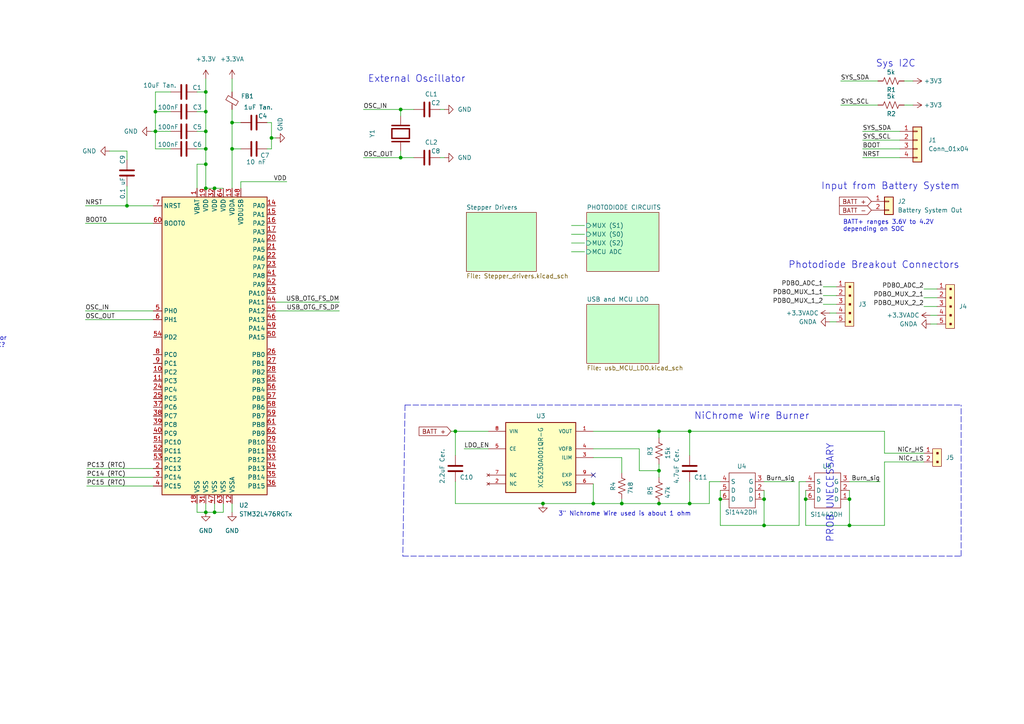
<source format=kicad_sch>
(kicad_sch (version 20211123) (generator eeschema)
  (paper "A4")
  (title_block (title "CubeSat Pi Hat") (rev "DRAFT") (company "Cal Poly, SLO"))
  (lib_symbols
    (symbol "0_custom:Si1442DH"
      (property "Reference" "U" (at 0 5.08 0))
      (property "Value" "Si1442DH" (at 0 -7.62 0))
      (property "MPN" "SI1442DH-T1-GE3" (at 0 0 0))
      (symbol "Si1442DH_0_1"
        (rectangle (start -3.81 3.81) (end 3.81 -6.35))
      )
      (symbol "Si1442DH_1_1"
        (pin input line (at -6.35 1.27 0) (length 2.54) (name "D") (number "1"))
        (pin input line (at -6.35 -1.27 0) (length 2.54) (name "D") (number "2"))
        (pin input line (at -6.35 -3.81 0) (length 2.54) (name "G") (number "3"))
        (pin input line (at 6.35 -3.81 180) (length 2.54) (name "S") (number "4"))
        (pin input line (at 6.35 -1.27 180) (length 2.54) (name "D") (number "5"))
        (pin input line (at 6.35 1.27 180) (length 2.54) (name "D") (number "6"))
      )
    )
    (symbol "Connector_Generic:Conn_01x02" (pin_names (offset 1.016) hide)
      (property "Reference" "J" (at 0 2.54 0))
      (property "Value" "Conn_01x02" (at 0 -5.08 0))
      (symbol "Conn_01x02_1_1"
        (rectangle (start -1.27 -2.413) (end 0 -2.667) (stroke (width 0.1524)))
        (rectangle (start -1.27 0.127) (end 0 -0.127) (stroke (width 0.1524)))
        (rectangle (start -1.27 1.27) (end 1.27 -3.81) (stroke (width 0.254)) (fill (type background)))
        (pin passive line (at -5.08 0 0) (length 3.81) (name "Pin_1") (number "1"))
        (pin passive line (at -5.08 -2.54 0) (length 3.81) (name "Pin_2") (number "2"))
      )
    )
    (symbol "Connector_Generic:Conn_01x04" (pin_names (offset 1.016) hide)
      (property "Reference" "J" (at 0 5.08 0))
      (property "Value" "Conn_01x04" (at 0 -7.62 0))
      (symbol "Conn_01x04_1_1"
        (rectangle (start -1.27 -4.953) (end 0 -5.207) (stroke (width 0.1524)))
        (rectangle (start -1.27 -2.413) (end 0 -2.667) (stroke (width 0.1524)))
        (rectangle (start -1.27 0.127) (end 0 -0.127) (stroke (width 0.1524)))
        (rectangle (start -1.27 2.667) (end 0 2.413) (stroke (width 0.1524)))
        (rectangle (start -1.27 3.81) (end 1.27 -6.35) (stroke (width 0.254)) (fill (type background)))
        (pin passive line (at -5.08 2.54 0) (length 3.81) (name "Pin_1") (number "1"))
        (pin passive line (at -5.08 0 0) (length 3.81) (name "Pin_2") (number "2"))
        (pin passive line (at -5.08 -2.54 0) (length 3.81) (name "Pin_3") (number "3"))
        (pin passive line (at -5.08 -5.08 0) (length 3.81) (name "Pin_4") (number "4"))
      )
    )
    (symbol "Device:C" (pin_numbers hide) (pin_names (offset 0.254))
      (property "Reference" "C" (at 0.635 2.54 0))
      (property "Value" "C" (at 0.635 -2.54 0))
      (symbol "C_0_1"
        (polyline (pts (xy -2.032 -0.762) (xy 2.032 -0.762)) (stroke (width 0.508)))
        (polyline (pts (xy -2.032 0.762) (xy 2.032 0.762)) (stroke (width 0.508)))
      )
      (symbol "C_1_1"
        (pin passive line (at 0 3.81 270) (length 2.794) (name "~") (number "1"))
        (pin passive line (at 0 -3.81 90) (length 2.794) (name "~") (number "2"))
      )
    )
    (symbol "Device:FerriteBead_Small" (pin_numbers hide) (pin_names (offset 0))
      (property "Reference" "FB" (at 1.905 1.27 0))
      (property "Value" "FerriteBead_Small" (at 1.905 -1.27 0))
      (symbol "FerriteBead_Small_0_1"
        (polyline (pts (xy 0 -1.27) (xy 0 -0.7874)))
        (polyline (pts (xy 0 0.889) (xy 0 1.2954)))
        (polyline (pts (xy -1.8288 0.2794) (xy -1.1176 1.4986) (xy 1.8288 -0.2032) (xy 1.1176 -1.4224) (xy -1.8288 0.2794)))
      )
      (symbol "FerriteBead_Small_1_1"
        (pin passive line (at 0 2.54 270) (length 1.27) (name "~") (number "1"))
        (pin passive line (at 0 -2.54 90) (length 1.27) (name "~") (number "2"))
      )
    )
    (symbol "Device:R_US" (pin_numbers hide) (pin_names (offset 0))
      (property "Reference" "R" (at 2.54 0 90))
      (property "Value" "R_US" (at -2.54 0 90))
      (symbol "R_US_0_1"
        (polyline (pts (xy 0 -2.286) (xy 0 -2.54)))
        (polyline (pts (xy 0 2.286) (xy 0 2.54)))
        (polyline (pts (xy 0 -0.762) (xy 1.016 -1.143) (xy 0 -1.524) (xy -1.016 -1.905) (xy 0 -2.286)))
        (polyline (pts (xy 0 0.762) (xy 1.016 0.381) (xy 0 0) (xy -1.016 -0.381) (xy 0 -0.762)))
        (polyline (pts (xy 0 2.286) (xy 1.016 1.905) (xy 0 1.524) (xy -1.016 1.143) (xy 0 0.762)))
      )
      (symbol "R_US_1_1"
        (pin passive line (at 0 3.81 270) (length 1.27) (name "~") (number "1"))
        (pin passive line (at 0 -3.81 90) (length 1.27) (name "~") (number "2"))
      )
    )
    (symbol "MCU_ST_STM32L4:STM32L476RGTx"
      (property "Reference" "U" (at -15.24 44.45 0))
      (property "Value" "STM32L476RGTx" (at 10.16 44.45 0))
      (symbol "STM32L476RGTx_0_1"
        (rectangle (start -15.24 -43.18) (end 15.24 43.18) (stroke (width 0.254)) (fill (type background)))
      )
      (symbol "STM32L476RGTx_1_1"
        (pin power_in line (at -5.08 45.72 270) (length 2.54) (name "VBAT") (number "1"))
        (pin bidirectional line (at -17.78 -7.62 0) (length 2.54) (name "PC2") (number "10"))
        (pin bidirectional line (at -17.78 -10.16 0) (length 2.54) (name "PC3") (number "11"))
        (pin power_in line (at 5.08 -45.72 90) (length 2.54) (name "VSSA") (number "12"))
        (pin power_in line (at 5.08 45.72 270) (length 2.54) (name "VDDA") (number "13"))
        (pin bidirectional line (at 17.78 40.64 180) (length 2.54) (name "PA0") (number "14"))
        (pin bidirectional line (at 17.78 38.1 180) (length 2.54) (name "PA1") (number "15"))
        (pin bidirectional line (at 17.78 35.56 180) (length 2.54) (name "PA2") (number "16"))
        (pin bidirectional line (at 17.78 33.02 180) (length 2.54) (name "PA3") (number "17"))
        (pin power_in line (at -5.08 -45.72 90) (length 2.54) (name "VSS") (number "18"))
        (pin power_in line (at -2.54 45.72 270) (length 2.54) (name "VDD") (number "19"))
        (pin bidirectional line (at -17.78 -35.56 0) (length 2.54) (name "PC13") (number "2"))
        (pin bidirectional line (at 17.78 30.48 180) (length 2.54) (name "PA4") (number "20"))
        (pin bidirectional line (at 17.78 27.94 180) (length 2.54) (name "PA5") (number "21"))
        (pin bidirectional line (at 17.78 25.4 180) (length 2.54) (name "PA6") (number "22"))
        (pin bidirectional line (at 17.78 22.86 180) (length 2.54) (name "PA7") (number "23"))
        (pin bidirectional line (at -17.78 -12.7 0) (length 2.54) (name "PC4") (number "24"))
        (pin bidirectional line (at -17.78 -15.24 0) (length 2.54) (name "PC5") (number "25"))
        (pin bidirectional line (at 17.78 -2.54 180) (length 2.54) (name "PB0") (number "26"))
        (pin bidirectional line (at 17.78 -5.08 180) (length 2.54) (name "PB1") (number "27"))
        (pin bidirectional line (at 17.78 -7.62 180) (length 2.54) (name "PB2") (number "28"))
        (pin bidirectional line (at 17.78 -27.94 180) (length 2.54) (name "PB10") (number "29"))
        (pin bidirectional line (at -17.78 -38.1 0) (length 2.54) (name "PC14") (number "3"))
        (pin bidirectional line (at 17.78 -30.48 180) (length 2.54) (name "PB11") (number "30"))
        (pin power_in line (at -2.54 -45.72 90) (length 2.54) (name "VSS") (number "31"))
        (pin power_in line (at 0 45.72 270) (length 2.54) (name "VDD") (number "32"))
        (pin bidirectional line (at 17.78 -33.02 180) (length 2.54) (name "PB12") (number "33"))
        (pin bidirectional line (at 17.78 -35.56 180) (length 2.54) (name "PB13") (number "34"))
        (pin bidirectional line (at 17.78 -38.1 180) (length 2.54) (name "PB14") (number "35"))
        (pin bidirectional line (at 17.78 -40.64 180) (length 2.54) (name "PB15") (number "36"))
        (pin bidirectional line (at -17.78 -17.78 0) (length 2.54) (name "PC6") (number "37"))
        (pin bidirectional line (at -17.78 -20.32 0) (length 2.54) (name "PC7") (number "38"))
        (pin bidirectional line (at -17.78 -22.86 0) (length 2.54) (name "PC8") (number "39"))
        (pin bidirectional line (at -17.78 -40.64 0) (length 2.54) (name "PC15") (number "4"))
        (pin bidirectional line (at -17.78 -25.4 0) (length 2.54) (name "PC9") (number "40"))
        (pin bidirectional line (at 17.78 20.32 180) (length 2.54) (name "PA8") (number "41"))
        (pin bidirectional line (at 17.78 17.78 180) (length 2.54) (name "PA9") (number "42"))
        (pin bidirectional line (at 17.78 15.24 180) (length 2.54) (name "PA10") (number "43"))
        (pin bidirectional line (at 17.78 12.7 180) (length 2.54) (name "PA11") (number "44"))
        (pin bidirectional line (at 17.78 10.16 180) (length 2.54) (name "PA12") (number "45"))
        (pin bidirectional line (at 17.78 7.62 180) (length 2.54) (name "PA13") (number "46"))
        (pin power_in line (at 0 -45.72 90) (length 2.54) (name "VSS") (number "47"))
        (pin power_in line (at 7.62 45.72 270) (length 2.54) (name "VDDUSB") (number "48"))
        (pin bidirectional line (at 17.78 5.08 180) (length 2.54) (name "PA14") (number "49"))
        (pin input line (at -17.78 10.16 0) (length 2.54) (name "PH0") (number "5"))
        (pin bidirectional line (at 17.78 2.54 180) (length 2.54) (name "PA15") (number "50"))
        (pin bidirectional line (at -17.78 -27.94 0) (length 2.54) (name "PC10") (number "51"))
        (pin bidirectional line (at -17.78 -30.48 0) (length 2.54) (name "PC11") (number "52"))
        (pin bidirectional line (at -17.78 -33.02 0) (length 2.54) (name "PC12") (number "53"))
        (pin bidirectional line (at -17.78 2.54 0) (length 2.54) (name "PD2") (number "54"))
        (pin bidirectional line (at 17.78 -10.16 180) (length 2.54) (name "PB3") (number "55"))
        (pin bidirectional line (at 17.78 -12.7 180) (length 2.54) (name "PB4") (number "56"))
        (pin bidirectional line (at 17.78 -15.24 180) (length 2.54) (name "PB5") (number "57"))
        (pin bidirectional line (at 17.78 -17.78 180) (length 2.54) (name "PB6") (number "58"))
        (pin bidirectional line (at 17.78 -20.32 180) (length 2.54) (name "PB7") (number "59"))
        (pin input line (at -17.78 7.62 0) (length 2.54) (name "PH1") (number "6"))
        (pin input line (at -17.78 35.56 0) (length 2.54) (name "BOOT0") (number "60"))
        (pin bidirectional line (at 17.78 -22.86 180) (length 2.54) (name "PB8") (number "61"))
        (pin bidirectional line (at 17.78 -25.4 180) (length 2.54) (name "PB9") (number "62"))
        (pin power_in line (at 2.54 -45.72 90) (length 2.54) (name "VSS") (number "63"))
        (pin power_in line (at 2.54 45.72 270) (length 2.54) (name "VDD") (number "64"))
        (pin input line (at -17.78 40.64 0) (length 2.54) (name "NRST") (number "7"))
        (pin bidirectional line (at -17.78 -2.54 0) (length 2.54) (name "PC0") (number "8"))
        (pin bidirectional line (at -17.78 -5.08 0) (length 2.54) (name "PC1") (number "9"))
      )
    )
    (symbol "XC6230A001QR-G:XC6230A001QR-G" (pin_names (offset 1.016))
      (property "Reference" "U" (at -10.16 10.668 0))
      (property "Value" "XC6230A001QR-G" (at -10.16 -12.7 0))
      (symbol "XC6230A001QR-G_0_0"
        (rectangle (start -10.16 -10.16) (end 10.16 10.16) (stroke (width 0.254)) (fill (type background)))
        (pin output line (at 15.24 7.62 180) (length 5.08) (name "VOUT") (number "1"))
        (pin no_connect line (at -15.24 -7.62 0) (length 5.08) (name "NC") (number "2"))
        (pin passive line (at 15.24 0 180) (length 5.08) (name "ILIM") (number "3"))
        (pin passive line (at 15.24 2.54 180) (length 5.08) (name "VOFB") (number "4"))
        (pin input line (at -15.24 2.54 0) (length 5.08) (name "CE") (number "5"))
        (pin power_in line (at 15.24 -7.62 180) (length 5.08) (name "VSS") (number "6"))
        (pin no_connect line (at -15.24 -5.08 0) (length 5.08) (name "NC") (number "7"))
        (pin input line (at -15.24 7.62 0) (length 5.08) (name "VIN") (number "8"))
        (pin power_in line (at 15.24 -5.08 180) (length 5.08) (name "EXP") (number "9"))
      )
    )
    (symbol "XRCGB48M000F5A00R0:XRCGB48M000F5A00R0" (pin_numbers hide) (pin_names (offset 1.016) hide)
      (property "Reference" "Y" (at -5.08 3.81 0))
      (property "Value" "XRCGB48M000F5A00R0" (at -5.1054 -5.1054 0))
      (symbol "XRCGB48M000F5A00R0_0_0"
        (polyline (pts (xy -2.3368 2.54) (xy -2.3368 -2.54)) (stroke (width 0.4064)))
        (polyline (pts (xy -1.397 2.54) (xy -1.397 -2.54)) (stroke (width 0.4064)))
        (polyline (pts (xy -1.397 2.54) (xy 1.397 2.54)) (stroke (width 0.4064)))
        (polyline (pts (xy 1.397 -2.54) (xy -1.397 -2.54)) (stroke (width 0.4064)))
        (polyline (pts (xy 1.397 2.54) (xy 1.397 -2.54)) (stroke (width 0.4064)))
        (polyline (pts (xy 2.3368 2.54) (xy 2.3368 -2.54)) (stroke (width 0.4064)))
        (pin passive line (at -5.08 0 0) (length 2.54) (name "~") (number "1"))
        (pin passive line (at 5.08 0 180) (length 2.54) (name "~") (number "3"))
      )
    )
    (symbol "dk_Rectangular-Connectors-Headers-Male-Pins:B2B-PH-K-S_LF__SN_" (pin_names (offset 1.016))
      (property "Reference" "J" (at -2.54 1.27 0))
      (property "Value" "B2B-PH-K-S_LF__SN_" (at 1.27 -3.81 0))
      (symbol "B2B-PH-K-S_LF__SN__1_1"
        (rectangle (start -1.27 0) (end 3.81 -2.54) (fill (type background)))
        (rectangle (start -0.254 -1.143) (end 0.254 -1.651) (fill (type outline)))
        (rectangle (start 2.286 -1.143) (end 2.794 -1.651) (fill (type outline)))
        (pin passive line (at 0 2.54 270) (length 2.54) (name "~") (number "1"))
        (pin passive line (at 2.54 2.54 270) (length 2.54) (name "~") (number "2"))
      )
    )
    (symbol "dk_Rectangular-Connectors-Headers-Male-Pins:B5B-XH-A_LF__SN_" (pin_names (offset 1.016))
      (property "Reference" "J" (at -2.54 -1.27 0))
      (property "Value" "B5B-XH-A_LF__SN_" (at 5.08 -3.81 0))
      (symbol "B5B-XH-A_LF__SN__1_1"
        (rectangle (start -1.27 0) (end 11.43 -2.54) (fill (type background)))
        (rectangle (start -0.254 -1.143) (end 0.254 -1.651) (fill (type outline)))
        (rectangle (start 2.286 -1.143) (end 2.794 -1.651) (fill (type outline)))
        (rectangle (start 4.826 -1.143) (end 5.334 -1.651) (fill (type outline)))
        (rectangle (start 7.366 -1.143) (end 7.874 -1.651) (fill (type outline)))
        (rectangle (start 9.906 -1.143) (end 10.414 -1.651) (fill (type outline)))
        (pin passive line (at 0 2.54 270) (length 2.54) (name "~") (number "1"))
        (pin passive line (at 2.54 2.54 270) (length 2.54) (name "~") (number "2"))
        (pin passive line (at 5.08 2.54 270) (length 2.54) (name "~") (number "3"))
        (pin passive line (at 7.62 2.54 270) (length 2.54) (name "~") (number "4"))
        (pin passive line (at 10.16 2.54 270) (length 2.54) (name "~") (number "5"))
      )
    )
    (symbol "pi_pico_shield:pico_shield"
      (property "Reference" "U" (at 10.16 -19.05 0))
      (property "Value" "pico_shield" (at 10.16 -21.59 0))
      (symbol "pico_shield_0_1"
        (rectangle (start -6.35 6.35) (end 3.81 -50.8))
        (rectangle (start 17.78 6.35) (end 27.94 -50.8))
      )
      (symbol "pico_shield_1_1"
        (pin bidirectional line (at -8.89 3.81 0) (length 2.54) (name "GP0") (number "1"))
        (pin bidirectional line (at -8.89 -19.05 0) (length 2.54) (name "GP7") (number "10"))
        (pin bidirectional line (at -8.89 -21.59 0) (length 2.54) (name "GP8") (number "11"))
        (pin bidirectional line (at -8.89 -24.13 0) (length 2.54) (name "GP9") (number "12"))
        (pin power_in line (at -8.89 -26.67 0) (length 2.54) (name "GND") (number "13"))
        (pin power_in line (at 30.48 -27.94 180) (length 2.54) (name "GND") (number "13"))
        (pin bidirectional line (at -8.89 -29.21 0) (length 2.54) (name "GP10") (number "14"))
        (pin bidirectional line (at -8.89 -31.75 0) (length 2.54) (name "GP11") (number "15"))
        (pin bidirectional line (at -8.89 -34.29 0) (length 2.54) (name "GP12") (number "16"))
        (pin bidirectional line (at -8.89 -36.83 0) (length 2.54) (name "GP13") (number "17"))
        (pin power_out line (at -8.89 -39.37 0) (length 2.54) (name "GND") (number "18"))
        (pin bidirectional line (at -8.89 -41.91 0) (length 2.54) (name "GP14") (number "19"))
        (pin bidirectional line (at -8.89 1.27 0) (length 2.54) (name "GP1") (number "2"))
        (pin bidirectional line (at -8.89 -44.45 0) (length 2.54) (name "GP15") (number "20"))
        (pin bidirectional line (at 30.48 -45.72 180) (length 2.54) (name "GP16") (number "21"))
        (pin bidirectional line (at 30.48 -43.18 180) (length 2.54) (name "GP17") (number "22"))
        (pin power_in line (at 30.48 -40.64 180) (length 2.54) (name "GND") (number "23"))
        (pin bidirectional line (at 30.48 -38.1 180) (length 2.54) (name "GP18") (number "24"))
        (pin bidirectional line (at 30.48 -35.56 180) (length 2.54) (name "GP19") (number "25"))
        (pin bidirectional line (at 30.48 -33.02 180) (length 2.54) (name "GP20") (number "26"))
        (pin bidirectional line (at 30.48 -30.48 180) (length 2.54) (name "GP21") (number "27"))
        (pin bidirectional line (at 30.48 -25.4 180) (length 2.54) (name "GP22") (number "29"))
        (pin power_in line (at -8.89 -1.27 0) (length 2.54) (name "GND") (number "3"))
        (pin bidirectional line (at 30.48 -22.86 180) (length 2.54) (name "RUN") (number "30"))
        (pin bidirectional line (at 30.48 -20.32 180) (length 2.54) (name "GP26") (number "31"))
        (pin bidirectional line (at 30.48 -17.78 180) (length 2.54) (name "GP27") (number "32"))
        (pin power_out line (at 30.48 -15.24 180) (length 2.54) (name "ADC_GND") (number "33"))
        (pin bidirectional line (at 30.48 -12.7 180) (length 2.54) (name "GP28") (number "34"))
        (pin power_out line (at 30.48 -10.16 180) (length 2.54) (name "ADC_VREF") (number "35"))
        (pin output line (at 30.48 -7.62 180) (length 2.54) (name "3V3") (number "36"))
        (pin input line (at 30.48 -5.08 180) (length 2.54) (name "3V3_EN") (number "37"))
        (pin power_in line (at 30.48 -2.54 180) (length 2.54) (name "GND") (number "38"))
        (pin power_in line (at 30.48 0 180) (length 2.54) (name "VSYS") (number "39"))
        (pin bidirectional line (at -8.89 -3.81 0) (length 2.54) (name "GP2") (number "4"))
        (pin output line (at 30.48 2.54 180) (length 2.54) (name "VBUS") (number "40"))
        (pin bidirectional line (at -8.89 -6.35 0) (length 2.54) (name "GP3") (number "5"))
        (pin bidirectional line (at -8.89 -8.89 0) (length 2.54) (name "GP4") (number "6"))
        (pin bidirectional line (at -8.89 -11.43 0) (length 2.54) (name "GP5") (number "7"))
        (pin power_in line (at -8.89 -13.97 0) (length 2.54) (name "GND") (number "8"))
        (pin bidirectional line (at -8.89 -16.51 0) (length 2.54) (name "GP6") (number "9"))
      )
    )
    (symbol "power:+3.3V" (power) (pin_names (offset 0))
      (property "Value" "+3.3V" (at 0 3.556 0))
      (symbol "+3.3V_0_1"
        (polyline (pts (xy -0.762 1.27) (xy 0 2.54)))
        (polyline (pts (xy 0 0) (xy 0 2.54)))
        (polyline (pts (xy 0 2.54) (xy 0.762 1.27)))
      )
      (symbol "+3.3V_1_1"
        (pin power_in line (at 0 0 90) (length 0) hide (name "+3.3V") (number "1"))
      )
    )
    (symbol "power:+3.3VA" (power) (pin_names (offset 0))
      (property "Value" "+3.3VA" (at 0 3.556 0))
      (symbol "+3.3VA_0_1"
        (polyline (pts (xy -0.762 1.27) (xy 0 2.54)))
        (polyline (pts (xy 0 0) (xy 0 2.54)))
        (polyline (pts (xy 0 2.54) (xy 0.762 1.27)))
      )
      (symbol "+3.3VA_1_1"
        (pin power_in line (at 0 0 90) (length 0) hide (name "+3.3VA") (number "1"))
      )
    )
    (symbol "power:+3.3VADC" (power) (pin_names (offset 0))
      (property "Value" "+3.3VADC" (at 0 2.54 0))
      (symbol "+3.3VADC_0_0"
        (pin power_in line (at 0 0 90) (length 0) hide (name "+3.3VADC") (number "1"))
      )
      (symbol "+3.3VADC_0_1"
        (polyline (pts (xy -0.762 1.27) (xy 0 2.54)))
        (polyline (pts (xy 0 0) (xy 0 2.54)))
        (polyline (pts (xy 0 2.54) (xy 0.762 1.27)))
      )
    )
    (symbol "power:+3V3" (power) (pin_names (offset 0))
      (property "Value" "+3V3" (at 0 3.556 0))
      (symbol "+3V3_0_1"
        (polyline (pts (xy -0.762 1.27) (xy 0 2.54)))
        (polyline (pts (xy 0 0) (xy 0 2.54)))
        (polyline (pts (xy 0 2.54) (xy 0.762 1.27)))
      )
      (symbol "+3V3_1_1"
        (pin power_in line (at 0 0 90) (length 0) hide (name "+3V3") (number "1"))
      )
    )
    (symbol "power:+5V" (power) (pin_names (offset 0))
      (property "Value" "+5V" (at 0 3.556 0))
      (symbol "+5V_0_1"
        (polyline (pts (xy -0.762 1.27) (xy 0 2.54)))
        (polyline (pts (xy 0 0) (xy 0 2.54)))
        (polyline (pts (xy 0 2.54) (xy 0.762 1.27)))
      )
      (symbol "+5V_1_1"
        (pin power_in line (at 0 0 90) (length 0) hide (name "+5V") (number "1"))
      )
    )
    (symbol "power:GND" (power) (pin_names (offset 0))
      (property "Value" "GND" (at 0 -3.81 0))
      (symbol "GND_0_1"
        (polyline (pts (xy 0 0) (xy 0 -1.27) (xy 1.27 -1.27) (xy 0 -2.54) (xy -1.27 -1.27) (xy 0 -1.27)))
      )
      (symbol "GND_1_1"
        (pin power_in line (at 0 0 270) (length 0) hide (name "GND") (number "1"))
      )
    )
    (symbol "power:GNDA" (power) (pin_names (offset 0))
      (property "Value" "GNDA" (at 0 -3.81 0))
      (symbol "GNDA_0_1"
        (polyline (pts (xy 0 0) (xy 0 -1.27) (xy 1.27 -1.27) (xy 0 -2.54) (xy -1.27 -1.27) (xy 0 -1.27)))
      )
      (symbol "GNDA_1_1"
        (pin power_in line (at 0 0 270) (length 0) hide (name "GNDA") (number "1"))
      )
    )
  )
  (junction (at 180.34 146.05))
  (junction (at 59.69 47.625))
  (junction (at 59.69 38.1))
  (junction (at 200.025 125.095))
  (junction (at 191.135 136.525))
  (junction (at 191.135 125.095))
  (junction (at 59.69 148.59))
  (junction (at 62.23 54.61))
  (junction (at 67.31 35.56))
  (junction (at 45.085 32.385))
  (junction (at 62.23 148.59))
  (junction (at 157.48 146.05))
  (junction (at 36.83 59.69))
  (junction (at 59.69 26.67))
  (junction (at 221.615 144.78))
  (junction (at 191.135 146.05))
  (junction (at 246.38 144.78))
  (junction (at 78.74 40.005))
  (junction (at 45.085 38.1))
  (junction (at 59.69 32.385))
  (junction (at 221.615 152.4))
  (junction (at 208.915 144.78))
  (junction (at 246.38 152.4))
  (junction (at 132.08 125.095))
  (junction (at 200.025 146.05))
  (junction (at 67.31 43.18))
  (junction (at 116.205 45.72))
  (junction (at 172.085 146.05))
  (junction (at 116.205 31.75))
  (junction (at 233.68 144.78))
  (junction (at 59.69 54.61))
  (junction (at 59.69 43.18))
  (no_connect (at -33.655 120.65))
  (no_connect (at -33.655 118.11))
  (no_connect (at -33.655 138.43))
  (no_connect (at -73.025 93.98))
  (no_connect (at -33.655 100.33))
  (no_connect (at -33.655 92.71))
  (no_connect (at -33.655 140.97))
  (no_connect (at 172.085 137.795))
  (no_connect (at -73.025 99.06))
  (no_connect (at -73.025 91.44))
  (wire (pts (xy -73.025 129.54) (xy -93.98 129.54)))
  (wire (pts (xy 78.74 35.56) (xy 77.47 35.56)))
  (wire (pts (xy 256.54 133.985) (xy 256.54 152.4)))
  (wire (pts (xy 180.34 146.05) (xy 191.135 146.05)))
  (wire (pts (xy 62.23 146.05) (xy 62.23 148.59)))
  (wire (pts (xy 250.19 38.1) (xy 260.985 38.1)))
  (wire (pts (xy 105.41 45.72) (xy 116.205 45.72)))
  (wire (pts (xy 132.08 125.095) (xy 130.81 125.095)))
  (wire (pts (xy 165.735 65.405) (xy 169.545 65.405)))
  (wire (pts (xy -93.98 104.14) (xy -73.025 104.14)))
  (wire (pts (xy 127.635 45.72) (xy 128.905 45.72)))
  (wire (pts (xy 269.875 93.98) (xy 271.78 93.98)))
  (wire (pts (xy 132.08 146.05) (xy 157.48 146.05)))
  (wire (pts (xy 172.085 146.05) (xy 180.34 146.05)))
  (wire (pts (xy 132.08 146.05) (xy 132.08 139.7)))
  (wire (pts (xy 116.205 43.815) (xy 116.205 45.72)))
  (wire (pts (xy -33.655 113.03) (xy -12.065 113.03)))
  (wire (pts (xy 185.42 130.175) (xy 172.085 130.175)))
  (wire (pts (xy 267.97 86.36) (xy 271.78 86.36)))
  (wire (pts (xy -93.98 101.6) (xy -73.025 101.6)))
  (wire (pts (xy -33.655 95.25) (xy -22.225 95.25)))
  (wire (pts (xy 246.38 152.4) (xy 256.54 152.4)))
  (wire (pts (xy 49.53 26.67) (xy 45.085 26.67)))
  (wire (pts (xy 59.69 26.67) (xy 59.69 32.385)))
  (wire (pts (xy 208.915 152.4) (xy 208.915 144.78)))
  (wire (pts (xy 250.19 45.72) (xy 260.985 45.72)))
  (wire (pts (xy 134.62 130.175) (xy 141.605 130.175)))
  (wire (pts (xy -33.655 115.57) (xy -12.065 115.57)))
  (wire (pts (xy 24.765 90.17) (xy 44.45 90.17)))
  (wire (pts (xy 243.84 30.48) (xy 254.635 30.48)))
  (wire (pts (xy 233.68 142.24) (xy 233.68 144.78)))
  (wire (pts (xy 67.31 43.18) (xy 67.31 54.61)))
  (wire (pts (xy 80.01 87.63) (xy 98.425 87.63)))
  (wire (pts (xy 25.146 140.97) (xy 44.45 140.97)))
  (polyline (pts (xy 258.445 117.475) (xy 278.765 117.475)))
  (wire (pts (xy 231.775 152.4) (xy 221.615 152.4)))
  (wire (pts (xy 57.15 47.625) (xy 59.69 47.625)))
  (wire (pts (xy 262.255 30.48) (xy 264.795 30.48)))
  (wire (pts (xy 200.025 139.7) (xy 200.025 146.05)))
  (wire (pts (xy 172.085 146.05) (xy 172.085 140.335)))
  (polyline (pts (xy -5.715 151.765) (xy -5.715 86.36)))
  (wire (pts (xy 25.146 138.43) (xy 44.45 138.43)))
  (wire (pts (xy -33.655 102.87) (xy -31.115 102.87)))
  (wire (pts (xy 246.38 142.24) (xy 246.38 144.78)))
  (wire (pts (xy 67.31 31.75) (xy 67.31 35.56)))
  (wire (pts (xy 180.34 132.715) (xy 172.085 132.715)))
  (wire (pts (xy 172.085 125.095) (xy 191.135 125.095)))
  (wire (pts (xy -73.025 116.84) (xy -93.98 116.84)))
  (wire (pts (xy 250.19 43.18) (xy 260.985 43.18)))
  (wire (pts (xy 233.68 139.7) (xy 231.775 139.7)))
  (wire (pts (xy 191.135 136.525) (xy 185.42 136.525)))
  (wire (pts (xy -33.655 97.79) (xy -31.115 97.79)))
  (wire (pts (xy 59.69 32.385) (xy 57.15 32.385)))
  (wire (pts (xy 67.31 35.56) (xy 67.31 43.18)))
  (wire (pts (xy 78.74 43.18) (xy 78.74 40.005)))
  (wire (pts (xy -31.115 105.41) (xy -33.655 105.41)))
  (polyline (pts (xy 116.84 161.29) (xy 278.765 161.29)))
  (wire (pts (xy -73.025 111.76) (xy -93.98 111.76)))
  (wire (pts (xy 238.76 85.725) (xy 242.57 85.725)))
  (wire (pts (xy 250.19 40.64) (xy 260.985 40.64)))
  (wire (pts (xy 59.69 47.625) (xy 59.69 54.61)))
  (wire (pts (xy 59.69 148.59) (xy 62.23 148.59)))
  (wire (pts (xy -73.025 124.46) (xy -93.98 124.46)))
  (wire (pts (xy 269.875 91.44) (xy 271.78 91.44)))
  (wire (pts (xy 165.735 70.485) (xy 169.545 70.485)))
  (wire (pts (xy -73.025 121.92) (xy -75.565 121.92)))
  (wire (pts (xy 267.97 83.82) (xy 271.78 83.82)))
  (wire (pts (xy 67.31 146.05) (xy 67.31 148.59)))
  (wire (pts (xy 59.69 22.86) (xy 59.69 26.67)))
  (wire (pts (xy 191.135 146.05) (xy 200.025 146.05)))
  (wire (pts (xy 57.15 148.59) (xy 59.69 148.59)))
  (wire (pts (xy 191.135 136.525) (xy 191.135 138.43)))
  (wire (pts (xy 200.025 132.08) (xy 200.025 125.095)))
  (wire (pts (xy -73.025 132.08) (xy -93.98 132.08)))
  (wire (pts (xy 36.83 46.355) (xy 36.83 43.815)))
  (wire (pts (xy -33.655 128.27) (xy -12.065 128.27)))
  (polyline (pts (xy -99.06 151.765) (xy -5.715 151.765)))
  (wire (pts (xy 191.135 136.525) (xy 191.135 134.62)))
  (wire (pts (xy 45.085 38.1) (xy 45.085 43.18)))
  (wire (pts (xy 240.665 93.345) (xy 242.57 93.345)))
  (polyline (pts (xy -99.06 86.36) (xy -5.715 86.36)))
  (wire (pts (xy 191.135 127) (xy 191.135 125.095)))
  (wire (pts (xy 62.23 54.61) (xy 64.77 54.61)))
  (wire (pts (xy 165.735 73.025) (xy 169.545 73.025)))
  (wire (pts (xy 69.85 52.705) (xy 83.185 52.705)))
  (wire (pts (xy 233.68 152.4) (xy 246.38 152.4)))
  (wire (pts (xy 230.505 139.7) (xy 221.615 139.7)))
  (wire (pts (xy -33.655 125.73) (xy -12.065 125.73)))
  (wire (pts (xy 127.635 31.75) (xy 128.905 31.75)))
  (wire (pts (xy 165.735 67.945) (xy 169.545 67.945)))
  (wire (pts (xy 67.31 35.56) (xy 69.85 35.56)))
  (wire (pts (xy -33.655 110.49) (xy -31.115 110.49)))
  (wire (pts (xy -73.025 134.62) (xy -75.565 134.62)))
  (wire (pts (xy 31.75 43.815) (xy 36.83 43.815)))
  (wire (pts (xy -33.655 130.81) (xy -12.065 130.81)))
  (wire (pts (xy 78.74 40.005) (xy 80.01 40.005)))
  (wire (pts (xy 80.01 90.17) (xy 98.425 90.17)))
  (wire (pts (xy 24.765 59.69) (xy 36.83 59.69)))
  (polyline (pts (xy -99.06 86.36) (xy -99.06 151.765)))
  (wire (pts (xy 24.765 64.77) (xy 44.45 64.77)))
  (wire (pts (xy 59.69 26.67) (xy 57.15 26.67)))
  (wire (pts (xy 67.31 22.86) (xy 67.31 26.67)))
  (wire (pts (xy 221.615 152.4) (xy 208.915 152.4)))
  (wire (pts (xy 200.025 125.095) (xy 191.135 125.095)))
  (wire (pts (xy 69.85 52.705) (xy 69.85 54.61)))
  (wire (pts (xy 255.27 139.7) (xy 246.38 139.7)))
  (wire (pts (xy 238.76 83.185) (xy 242.57 83.185)))
  (wire (pts (xy 116.205 33.655) (xy 116.205 31.75)))
  (wire (pts (xy 45.085 38.1) (xy 49.53 38.1)))
  (wire (pts (xy 200.025 146.05) (xy 205.74 146.05)))
  (wire (pts (xy 256.54 131.445) (xy 267.97 131.445)))
  (wire (pts (xy 221.615 142.24) (xy 221.615 144.78)))
  (wire (pts (xy -33.655 123.19) (xy -31.115 123.19)))
  (wire (pts (xy 132.08 125.095) (xy 141.605 125.095)))
  (wire (pts (xy 256.54 133.985) (xy 267.97 133.985)))
  (wire (pts (xy 36.83 59.69) (xy 44.45 59.69)))
  (wire (pts (xy 185.42 136.525) (xy 185.42 130.175)))
  (wire (pts (xy -33.655 107.95) (xy -12.065 107.95)))
  (wire (pts (xy -73.025 127) (xy -93.98 127)))
  (wire (pts (xy 246.38 144.78) (xy 246.38 152.4)))
  (wire (pts (xy 45.085 26.67) (xy 45.085 32.385)))
  (wire (pts (xy -93.98 106.68) (xy -73.025 106.68)))
  (wire (pts (xy 62.23 148.59) (xy 64.77 148.59)))
  (wire (pts (xy 205.74 146.05) (xy 205.74 139.7)))
  (wire (pts (xy 59.69 43.18) (xy 57.15 43.18)))
  (polyline (pts (xy 117.475 117.475) (xy 116.84 161.29)))
  (wire (pts (xy -93.98 139.7) (xy -73.025 139.7)))
  (wire (pts (xy 57.15 47.625) (xy 57.15 54.61)))
  (wire (pts (xy 24.765 92.71) (xy 44.45 92.71)))
  (wire (pts (xy 45.085 32.385) (xy 49.53 32.385)))
  (wire (pts (xy 267.97 88.9) (xy 271.78 88.9)))
  (wire (pts (xy 256.54 125.095) (xy 256.54 131.445)))
  (wire (pts (xy 221.615 144.78) (xy 221.615 152.4)))
  (wire (pts (xy 77.47 43.18) (xy 78.74 43.18)))
  (wire (pts (xy 105.41 31.75) (xy 116.205 31.75)))
  (wire (pts (xy 59.69 32.385) (xy 59.69 38.1)))
  (wire (pts (xy -33.655 135.89) (xy -31.115 135.89)))
  (wire (pts (xy -73.025 119.38) (xy -93.98 119.38)))
  (wire (pts (xy 233.68 144.78) (xy 233.68 152.4)))
  (wire (pts (xy 157.48 146.05) (xy 172.085 146.05)))
  (wire (pts (xy -33.655 133.35) (xy -12.065 133.35)))
  (wire (pts (xy 59.69 43.18) (xy 59.69 47.625)))
  (wire (pts (xy 67.31 43.18) (xy 69.85 43.18)))
  (wire (pts (xy 231.775 139.7) (xy 231.775 152.4)))
  (wire (pts (xy 59.69 146.05) (xy 59.69 148.59)))
  (wire (pts (xy 45.085 32.385) (xy 45.085 38.1)))
  (wire (pts (xy 59.69 54.61) (xy 62.23 54.61)))
  (polyline (pts (xy 117.475 117.475) (xy 258.445 117.475)))
  (wire (pts (xy 262.255 23.495) (xy 264.795 23.495)))
  (wire (pts (xy 116.205 31.75) (xy 120.015 31.75)))
  (wire (pts (xy 45.085 43.18) (xy 49.53 43.18)))
  (wire (pts (xy 57.15 146.05) (xy 57.15 148.59)))
  (wire (pts (xy 180.34 144.78) (xy 180.34 146.05)))
  (wire (pts (xy 240.665 90.805) (xy 242.57 90.805)))
  (wire (pts (xy 205.74 139.7) (xy 208.915 139.7)))
  (wire (pts (xy -75.565 96.52) (xy -73.025 96.52)))
  (wire (pts (xy 208.915 144.78) (xy 208.915 142.24)))
  (wire (pts (xy 132.08 132.08) (xy 132.08 125.095)))
  (wire (pts (xy -93.98 137.16) (xy -73.025 137.16)))
  (polyline (pts (xy 278.765 161.29) (xy 278.765 117.475)))
  (wire (pts (xy 59.69 38.1) (xy 57.15 38.1)))
  (wire (pts (xy 238.76 88.265) (xy 242.57 88.265)))
  (wire (pts (xy 64.77 146.05) (xy 64.77 148.59)))
  (wire (pts (xy 116.205 45.72) (xy 120.015 45.72)))
  (wire (pts (xy 243.84 23.495) (xy 254.635 23.495)))
  (wire (pts (xy 180.34 137.16) (xy 180.34 132.715)))
  (wire (pts (xy 200.025 125.095) (xy 256.54 125.095)))
  (wire (pts (xy 78.74 40.005) (xy 78.74 35.56)))
  (wire (pts (xy 59.69 38.1) (xy 59.69 43.18)))
  (wire (pts (xy -73.025 114.3) (xy -93.98 114.3)))
  (wire (pts (xy 25.146 135.89) (xy 44.45 135.89)))
  (wire (pts (xy 36.83 53.975) (xy 36.83 59.69)))
  (wire (pts (xy 45.085 38.1) (xy 43.815 38.1)))
  (wire (pts (xy -73.025 109.22) (xy -75.565 109.22)))
  (text "3\" Nichrome Wire used is about 1 ohm" (at 161.925 149.86 0) (effects (font (size 1.27 1.27)) (justify left bottom)))
  (text "BATT+ ranges 3.6V to 4.2V \ndepending on SOC" (at 244.475 67.31 0) (effects (font (size 1.27 1.27)) (justify left bottom)))
  (text "NiChrome Wire Burner\n" (at 201.295 121.92 0) (effects (font (size 2 2)) (justify left bottom)))
  (text "RPi Shield\n" (at -24.765 149.225 0) (effects (font (size 2 2)) (justify left bottom)))
  (text "TODO:\n- mosfet for stepper power (HS to keep ground connected)\n- Power considerations- input from battery/systems board, then filtering, then stepup. Standard\n	- do things need to be at 5V other than stepper? maybe we could just use 3.3V\n- Stepper driver... is this final? what is the actual motor we are using?\n- Headers for all GPIO pins\n- Jumpers?\n- Hierarchal labels- may need to put 3V3 and others as global?\n- Connect grounds of System and SADA Board? Twisted pairs with ground?\n- current sensing?\n- Grounding Considerations... Do I just directly connect BATT- to ground or is \nthere some sort of star grounding that should occur?\n\nfuture:\n- gio stuff\n- grounding to chassis\n- SMD Shields\n" (at 155.575 -7.62 0) (effects (font (size 1.27 1.27)) (justify left bottom)))
  (text "Need diode on VSYS?" (at -8.255 91.44 180) (effects (font (size 1.27 1.27)) (justify right bottom)))
  (text "Photodiode Breakout Connectors" (at 228.6 78.105 0) (effects (font (size 2 2)) (justify left bottom)))
  (text "External Oscillator\n" (at 106.68 24.13 0) (effects (font (size 2 2)) (justify left bottom)))
  (text "OK to use voltage divider for \nphotodiodes from VREF_ADC?" (at -26.67 100.965 0) (effects (font (size 1.27 1.27)) (justify left bottom)))
  (text "PROB UNECESSARY" (at 241.935 157.48 90) (effects (font (size 2 2)) (justify left bottom)))
  (text "Sys I2C\n" (at 254 19.685 0) (effects (font (size 2 2)) (justify left bottom)))
  (text "Input from Battery System\n" (at 238.125 55.245 0) (effects (font (size 2 2)) (justify left bottom)))
  (text "DEPRECATED" (at -67.31 120.65 0) (effects (font (size 3 3)) (justify left bottom)))
  (label "PDBO_ADC_2" (at -12.065 113.03 180))
  (label "BOOT0" (at 24.765 64.77 0))
  (label "PDBO_MUX_2_2" (at 267.97 88.9 180))
  (label "PDBO_ADC_2" (at 267.97 83.82 180))
  (label "Burn_sig" (at 255.27 139.7 180))
  (label "SYS_SCL" (at 243.84 30.48 0))
  (label "PC13 (RTC)" (at 25.146 135.89 0))
  (label "SYS_SDA" (at 250.19 38.1 0))
  (label "NiCr_HS" (at 267.97 131.445 180))
  (label "OSC_IN" (at 105.41 31.75 0))
  (label "PC15 (RTC)" (at 25.146 140.97 0))
  (label "PDBO_MUX_2_1" (at 267.97 86.36 180))
  (label "MTR1 - Blue" (at -93.98 119.38 0))
  (label "SYS_SDA" (at 243.84 23.495 0))
  (label "MTR1 - Orange" (at -93.98 111.76 0))
  (label "MTR1 - Pink" (at -93.98 116.84 0))
  (label "NRST" (at 24.765 59.69 0))
  (label "MUX (S0)" (at -93.98 101.6 0))
  (label "LDO_EN" (at -93.98 139.7 0))
  (label "LDO_EN" (at 134.62 130.175 0))
  (label "OSC_OUT" (at 105.41 45.72 0))
  (label "USB_OTG_FS_DP" (at 98.425 90.17 180))
  (label "BOOT" (at 250.19 43.18 0))
  (label "PDBO_MUX_1_1" (at 238.76 85.725 180))
  (label "PDBO_MUX_2_2" (at -12.065 128.27 180))
  (label "PDBO_MUX_1_1" (at -12.065 130.81 180))
  (label "PDBO_MUX_2_1" (at -12.065 125.73 180))
  (label "MUX (S1)" (at -93.98 104.14 0))
  (label "VDD" (at 83.185 52.705 180))
  (label "SYS_SCL" (at 250.19 40.64 0))
  (label "MTR1 - Yellow" (at -93.98 114.3 0))
  (label "OSC_OUT" (at 24.765 92.71 0))
  (label "MTR2 - Yellow" (at -93.98 127 0))
  (label "MUX (S2)" (at -93.98 106.68 0))
  (label "MCU ADC" (at -12.065 107.95 180))
  (label "MTR2 - Orange" (at -93.98 124.46 0))
  (label "PDBO_ADC_1" (at -12.065 115.57 180))
  (label "OSC_IN" (at 24.765 90.17 0))
  (label "NRST" (at 250.19 45.72 0))
  (label "PDBO_MUX_1_2" (at 238.76 88.265 180))
  (label "Burn_sig" (at 230.505 139.7 180))
  (label "Burn_sig" (at -93.98 137.16 0))
  (label "PDBO_MUX_1_2" (at -12.065 133.35 180))
  (label "PC14 (RTC)" (at 25.146 138.43 0))
  (label "USB_OTG_FS_DM" (at 98.425 87.63 180))
  (label "MTR2 - Blue" (at -93.98 132.08 0))
  (label "NiCr_LS" (at 267.97 133.985 180))
  (label "PDBO_ADC_1" (at 238.76 83.185 180))
  (label "MTR2 - Pink" (at -93.98 129.54 0))
  (global_label "BATT +" (shape input) (at 130.81 125.095 180) (property "Intersheet References" "${INTERSHEET_REFS}" (effects hide)))
  (global_label "BATT +" (shape input) (at 252.73 58.42 180) (property "Intersheet References" "${INTERSHEET_REFS}" (effects hide)))
  (global_label "BATT -" (shape input) (at 252.73 60.96 180) (property "Intersheet References" "${INTERSHEET_REFS}" (effects hide)))
  (symbol (lib_id "Connector_Generic:Conn_01x04") (at 266.065 40.64 0) (unit 1)
    (property "Reference" "J1" (at 269.24 40.6399 0) (effects (justify left)))
    (property "Value" "Conn_01x04" (at 269.24 43.1799 0) (effects (justify left)))
  )
  (symbol (lib_id "power:+3.3VA") (at 67.31 22.86 0) (unit 1)
    (property "Reference" "#PWR02" (effects hide))
    (property "Value" "+3.3VA" (at 67.31 17.145 0))
  )
  (symbol (lib_id "power:+3.3VADC") (at 269.875 91.44 90) (unit 1)
    (property "Reference" "#PWR011" (effects hide))
    (property "Value" "+3.3VADC" (at 266.7 91.4399 90) (effects (justify left)))
  )
  (symbol (lib_id "Device:C") (at 123.825 31.75 270) (unit 1)
    (property "Reference" "C2" (at 126.365 29.845 90))
    (property "Value" "CL1" (at 125.095 27.305 90))
    (property "Footprint" "Capacitor_SMD:C_0603_1608Metric" (effects hide))
  )
  (symbol (lib_id "Device:C") (at 53.34 43.18 270) (mirror x) (unit 1)
    (property "Reference" "C6" (at 55.88 41.91 90) (effects (justify left)))
    (property "Value" "100nF" (at 45.72 41.91 90) (effects (justify left)))
    (property "Footprint" "Capacitor_SMD:C_0603_1608Metric" (effects hide))
  )
  (symbol (lib_id "power:+3.3VADC") (at -31.115 105.41 270) (unit 1)
    (property "Reference" "#PWR018" (effects hide))
    (property "Value" "+3.3VADC" (at -28.575 104.775 90) (effects (justify left)))
  )
  (symbol (lib_id "Device:C") (at 123.825 45.72 270) (unit 1)
    (property "Reference" "C8" (at 126.365 43.815 90))
    (property "Value" "CL2" (at 125.095 41.275 90))
    (property "Footprint" "Capacitor_SMD:C_0603_1608Metric" (effects hide))
  )
  (symbol (lib_id "power:GNDA") (at -31.115 110.49 90) (unit 1)
    (property "Reference" "#PWR020" (effects hide))
    (property "Value" "GNDA" (at -27.94 109.855 90) (effects (justify right)))
  )
  (symbol (lib_id "Device:C") (at 53.34 26.67 270) (mirror x) (unit 1)
    (property "Reference" "C1" (at 57.15 25.4 90))
    (property "Value" "10uF Tan." (at 46.355 24.765 90))
    (property "Footprint" "Capacitor_SMD:C_0603_1608Metric" (effects hide))
  )
  (symbol (lib_id "Device:R_US") (at 191.135 142.24 180) (unit 1)
    (property "Reference" "R5" (at 188.595 140.97 90) (effects (justify left)))
    (property "Value" "47k" (at 193.675 140.97 90) (effects (justify left)))
    (property "Footprint" "Resistor_SMD:R_0805_2012Metric_Pad1.20x1.40mm_HandSolder" (effects hide))
    (property "MPN" "RC0805FR-1347KL" (effects hide))
  )
  (symbol (lib_id "Device:R_US") (at 258.445 30.48 270) (unit 1)
    (property "Reference" "R2" (at 257.175 33.02 90) (effects (justify left)))
    (property "Value" "5k" (at 257.175 27.94 90) (effects (justify left)))
  )
  (symbol (lib_id "power:+5V") (at -22.225 95.25 270) (unit 1)
    (property "Reference" "#PWR014" (effects hide))
    (property "Value" "+5V" (at -15.24 95.25 90) (effects (justify right)))
  )
  (symbol (lib_id "0_custom:Si1442DH") (at 240.03 143.51 180) (unit 1)
    (property "Reference" "U5" (at 241.3 135.255 0) (effects (justify left)))
    (property "Value" "Si1442DH" (at 244.475 149.225 0) (effects (justify left)))
    (property "Footprint" "Package_TO_SOT_SMD:SOT-363_SC-70-6" (effects hide))
    (property "MPN" "SI1442DH-T1-GE3" (effects hide))
  )
  (symbol (lib_id "power:GND") (at -31.115 123.19 90) (unit 1)
    (property "Reference" "#PWR022" (effects hide))
    (property "Value" "GND" (effects hide))
  )
  (symbol (lib_id "XRCGB48M000F5A00R0:XRCGB48M000F5A00R0") (at 116.205 38.735 270) (unit 1)
    (property "Reference" "Y1" (at 107.95 38.735 0))
    (property "Value" "XRCGB48M000F5A00R0" (effects hide))
    (property "Footprint" "OSC_XRCGB48M000F5A00R0" (effects hide))
    (property "Datasheet" "https://www.murata.com/products/productdata/8801067728926/SPEC-XRCGB48M000F5A00R0.pdf" (effects hide))
    (property "STANDARD" "Manufacturer Recommendations" (effects hide))
    (property "MANUFACTURER" "Murata Electronics" (effects hide))
    (property "MAXIMUM_PACKAGE_HEIGHT" "0.7 mm" (effects hide))
    (property "PARTREV" "N/A" (effects hide))
    (property "MPN" "XRCGB48M000F5A00R0" (effects hide))
  )
  (symbol (lib_id "power:GND") (at 31.75 43.815 270) (mirror x) (unit 1)
    (property "Reference" "#PWR08" (effects hide))
    (property "Value" "GND" (at 27.94 43.8149 90) (effects (justify right)))
  )
  (symbol (lib_id "dk_Rectangular-Connectors-Headers-Male-Pins:B5B-XH-A_LF__SN_") (at 245.11 83.185 90) (mirror x) (unit 1)
    (property "Reference" "J3" (at 248.92 88.2649 90) (effects (justify right)))
    (property "Value" "B5B-XH-A_LF__SN_" (effects hide))
    (property "Footprint" "digikey-footprints:PinHeader_1x5_P2.5mm_Drill1.1mm" (effects hide))
    (property "Datasheet" "http://www.jst-mfg.com/product/pdf/eng/eXH.pdf" (effects hide))
    (property "Digi-Key_PN" "455-2270-ND" (effects hide))
    (property "MPN" "B5B-XH-A(LF)(SN)" (effects hide))
    (property "Category" "Connectors, Interconnects" (effects hide))
    (property "Family" "Rectangular Connectors - Headers, Male Pins" (effects hide))
    (property "DK_Datasheet_Link" "http://www.jst-mfg.com/product/pdf/eng/eXH.pdf" (effects hide))
    (property "DK_Detail_Page" "/product-detail/en/jst-sales-america-inc/B5B-XH-A(LF)(SN)/455-2270-ND/1530483" (effects hide))
    (property "Description" "CONN HEADER VERT 5POS 2.5MM" (effects hide))
    (property "Manufacturer" "JST Sales America Inc." (effects hide))
    (property "Status" "Active" (effects hide))
  )
  (symbol (lib_id "Device:C") (at 53.34 38.1 270) (mirror x) (unit 1)
    (property "Reference" "C5" (at 55.88 36.83 90) (effects (justify left)))
    (property "Value" "100nF" (at 45.72 36.83 90) (effects (justify left)))
    (property "Footprint" "Capacitor_SMD:C_0603_1608Metric" (effects hide))
  )
  (symbol (lib_id "Device:R_US") (at 258.445 23.495 270) (unit 1)
    (property "Reference" "R1" (at 257.175 26.035 90) (effects (justify left)))
    (property "Value" "5k" (at 257.175 20.955 90) (effects (justify left)))
  )
  (symbol (lib_id "Device:R_US") (at 191.135 130.81 180) (unit 1)
    (property "Reference" "R3" (at 188.595 129.54 90) (effects (justify left)))
    (property "Value" "15k" (at 193.675 129.54 90) (effects (justify left)))
    (property "Footprint" "Resistor_SMD:R_0805_2012Metric_Pad1.20x1.40mm_HandSolder" (effects hide))
    (property "MPN" "RMCF0805FT15K8" (effects hide))
  )
  (symbol (lib_id "power:GND") (at 80.01 40.005 90) (unit 1)
    (property "Reference" "#PWR07" (effects hide))
    (property "Value" "GND" (at 81.2799 38.1 0) (effects (justify left)))
  )
  (symbol (lib_id "power:GND") (at -75.565 121.92 270) (mirror x) (unit 1)
    (property "Reference" "#PWR021" (effects hide))
    (property "Value" "GND" (effects hide))
  )
  (symbol (lib_id "power:GND") (at 67.31 148.59 0) (unit 1)
    (property "Reference" "#PWR027" (effects hide))
    (property "Value" "GND" (at 67.31 153.924 0))
  )
  (symbol (lib_id "Device:FerriteBead_Small") (at 67.31 29.21 0) (unit 1)
    (property "Reference" "FB1" (at 69.85 27.9018 0) (effects (justify left)))
    (property "Value" "FerriteBead_Small" (effects hide))
  )
  (symbol (lib_id "Device:C") (at 200.025 135.89 0) (unit 1)
    (property "Reference" "C11" (at 201.295 138.43 0) (effects (justify left)))
    (property "Value" "4.7uF Cer." (at 196.215 140.335 90) (effects (justify left)))
    (property "Footprint" "Capacitor_SMD:C_0805_2012Metric" (effects hide))
    (property "MPN" "C2012X7R1A475K125AC" (effects hide))
  )
  (symbol (lib_id "Device:C") (at 36.83 50.165 0) (mirror y) (unit 1)
    (property "Reference" "C9" (at 35.56 47.625 90) (effects (justify left)))
    (property "Value" "0.1 uF" (at 35.56 57.785 90) (effects (justify left)))
    (property "Footprint" "Capacitor_SMD:C_0603_1608Metric" (effects hide))
  )
  (symbol (lib_id "XC6230A001QR-G:XC6230A001QR-G") (at 156.845 132.715 0) (unit 1)
    (property "Reference" "U3" (at 156.845 120.65 0))
    (property "Value" "XC6230A001QR-G" (at 156.845 132.715 90))
    (property "Footprint" "SOIC127P600X175-9N" (effects hide))
    (property "Datasheet" "https://www.torexsemi.com/file/xc6230/XC6230.pdf" (effects hide))
    (property "MAXIMUM_PACKAGE_HEIGHT" "1.75mm" (effects hide))
    (property "PARTREV" "1.0" (effects hide))
    (property "MPN" "XC6230A001QR-G" (effects hide))
    (property "MANUFACTURER" "Torex" (effects hide))
    (property "STANDARD" "IPC-7351B" (effects hide))
    (property "SNAPEDA_PN" "XC6230H001QR-G" (effects hide))
  )
  (symbol (lib_id "MCU_ST_STM32L4:STM32L476RGTx") (at 62.23 100.33 0) (unit 1)
    (property "Reference" "U2" (at 69.3294 146.558 0) (effects (justify left)))
    (property "Value" "STM32L476RGTx" (at 69.3294 149.098 0) (effects (justify left)))
    (property "Footprint" "Package_QFP:LQFP-64_10x10mm_P0.5mm" (effects hide))
    (property "Datasheet" "http://www.st.com/st-web-ui/static/active/en/resource/technical/document/datasheet/DM00108832.pdf" (effects hide))
    (property "MPN" "STM32L476RGT3" (effects hide))
  )
  (symbol (lib_id "Connector_Generic:Conn_01x02") (at 257.81 58.42 0) (unit 1)
    (property "Reference" "J2" (at 260.35 58.4199 0) (effects (justify left)))
    (property "Value" "Battery System Out" (at 260.35 60.9599 0) (effects (justify left)))
  )
  (symbol (lib_id "Device:C") (at 53.34 32.385 270) (mirror x) (unit 1)
    (property "Reference" "C3" (at 55.88 31.115 90) (effects (justify left)))
    (property "Value" "100nF" (at 45.72 31.115 90) (effects (justify left)))
    (property "Footprint" "Capacitor_SMD:C_0603_1608Metric" (effects hide))
  )
  (symbol (lib_id "power:GND") (at -75.565 96.52 270) (mirror x) (unit 1)
    (property "Reference" "#PWR015" (effects hide))
    (property "Value" "GND" (effects hide))
  )
  (symbol (lib_id "power:GND") (at 128.905 45.72 90) (unit 1)
    (property "Reference" "#PWR09" (effects hide))
    (property "Value" "GND" (at 132.715 45.7199 90) (effects (justify right)))
  )
  (symbol (lib_id "power:GND") (at 128.905 31.75 90) (unit 1)
    (property "Reference" "#PWR05" (effects hide))
    (property "Value" "GND" (at 132.715 31.7499 90) (effects (justify right)))
  )
  (symbol (lib_id "power:GND") (at -31.115 97.79 90) (mirror x) (unit 1)
    (property "Reference" "#PWR016" (effects hide))
    (property "Value" "GND" (effects hide))
  )
  (symbol (lib_id "power:GNDA") (at 269.875 93.98 270) (unit 1)
    (property "Reference" "#PWR013" (effects hide))
    (property "Value" "GNDA" (at 266.065 93.9799 90) (effects (justify right)))
  )
  (symbol (lib_id "power:GND") (at -31.115 135.89 90) (mirror x) (unit 1)
    (property "Reference" "#PWR024" (effects hide))
    (property "Value" "GND" (effects hide))
  )
  (symbol (lib_id "pi_pico_shield:pico_shield") (at -64.135 95.25 0) (unit 1)
    (property "Reference" "U1" (at -53.34 107.95 0))
    (property "Value" "pico_shield" (at -53.34 105.41 0))
  )
  (symbol (lib_id "Device:R_US") (at 180.34 140.97 180) (unit 1)
    (property "Reference" "R4" (at 177.8 139.7 90) (effects (justify left)))
    (property "Value" "7k8" (at 182.88 139.7 90) (effects (justify left)))
    (property "Footprint" "Resistor_SMD:R_0805_2012Metric_Pad1.20x1.40mm_HandSolder" (effects hide))
    (property "MPN" "RC0805FR-077K87L" (effects hide))
  )
  (symbol (lib_id "power:GND") (at 59.69 148.59 0) (unit 1)
    (property "Reference" "#PWR026" (effects hide))
    (property "Value" "GND" (at 59.69 153.924 0))
  )
  (symbol (lib_id "power:+3.3V") (at 59.69 22.86 0) (unit 1)
    (property "Reference" "#PWR01" (effects hide))
    (property "Value" "+3.3V" (at 59.69 17.145 0))
  )
  (symbol (lib_id "dk_Rectangular-Connectors-Headers-Male-Pins:B2B-PH-K-S_LF__SN_") (at 270.51 131.445 90) (mirror x) (unit 1)
    (property "Reference" "J5" (at 274.32 132.7149 90) (effects (justify right)))
    (property "Value" "644752-2" (effects hide))
    (property "Footprint" "digikey-footprints:PinHeader_1x2_P2mm_Drill1mm" (effects hide))
    (property "Datasheet" "http://www.jst-mfg.com/product/pdf/eng/ePH.pdf" (effects hide))
    (property "Digi-Key_PN" "455-1704-ND" (effects hide))
    (property "MPN" "B2B-PH-K-S(LF)(SN)" (effects hide))
    (property "Category" "Connectors, Interconnects" (effects hide))
    (property "Family" "Rectangular Connectors - Headers, Male Pins" (effects hide))
    (property "DK_Datasheet_Link" "http://www.jst-mfg.com/product/pdf/eng/ePH.pdf" (effects hide))
    (property "DK_Detail_Page" "/product-detail/en/jst-sales-america-inc/B2B-PH-K-S(LF)(SN)/455-1704-ND/926611" (effects hide))
    (property "Description" "CONN HEADER VERT 2POS 2MM" (effects hide))
    (property "Manufacturer" "JST Sales America Inc." (effects hide))
    (property "Status" "Active" (effects hide))
  )
  (symbol (lib_id "power:+3.3V") (at -31.115 102.87 270) (unit 1)
    (property "Reference" "#PWR017" (effects hide))
    (property "Value" "+3.3V" (at -27.305 102.8699 90) (effects (justify left)))
  )
  (symbol (lib_id "power:GND") (at -75.565 109.22 270) (mirror x) (unit 1)
    (property "Reference" "#PWR019" (effects hide))
    (property "Value" "GND" (effects hide))
  )
  (symbol (lib_id "power:GND") (at 157.48 146.05 0) (mirror y) (unit 1)
    (property "Reference" "#PWR025" (effects hide))
    (property "Value" "GND" (effects hide))
  )
  (symbol (lib_id "Device:C") (at 132.08 135.89 0) (unit 1)
    (property "Reference" "C10" (at 133.35 138.43 0) (effects (justify left)))
    (property "Value" "2.2uF Cer." (at 128.27 140.335 90) (effects (justify left)))
    (property "Footprint" "Capacitor_SMD:C_0805_2012Metric" (effects hide))
    (property "MPN" "CL21B225KOFVPNE" (effects hide))
  )
  (symbol (lib_id "power:+3V3") (at 264.795 23.495 270) (unit 1)
    (property "Reference" "#PWR03" (effects hide))
    (property "Value" "+3V3" (at 267.97 23.4949 90) (effects (justify left)))
  )
  (symbol (lib_id "power:GND") (at -75.565 134.62 270) (mirror x) (unit 1)
    (property "Reference" "#PWR023" (effects hide))
    (property "Value" "GND" (effects hide))
  )
  (symbol (lib_id "power:+3V3") (at 264.795 30.48 270) (unit 1)
    (property "Reference" "#PWR04" (effects hide))
    (property "Value" "+3V3" (at 267.97 30.4799 90) (effects (justify left)))
  )
  (symbol (lib_id "power:+3.3VADC") (at 240.665 90.805 90) (unit 1)
    (property "Reference" "#PWR010" (effects hide))
    (property "Value" "+3.3VADC" (at 237.49 90.8049 90) (effects (justify left)))
  )
  (symbol (lib_id "dk_Rectangular-Connectors-Headers-Male-Pins:B5B-XH-A_LF__SN_") (at 274.32 83.82 90) (mirror x) (unit 1)
    (property "Reference" "J4" (at 278.13 88.8999 90) (effects (justify right)))
    (property "Value" "B5B-XH-A_LF__SN_" (effects hide))
    (property "Footprint" "digikey-footprints:PinHeader_1x5_P2.5mm_Drill1.1mm" (effects hide))
    (property "Datasheet" "http://www.jst-mfg.com/product/pdf/eng/eXH.pdf" (effects hide))
    (property "Digi-Key_PN" "455-2270-ND" (effects hide))
    (property "MPN" "B5B-XH-A(LF)(SN)" (effects hide))
    (property "Category" "Connectors, Interconnects" (effects hide))
    (property "Family" "Rectangular Connectors - Headers, Male Pins" (effects hide))
    (property "DK_Datasheet_Link" "http://www.jst-mfg.com/product/pdf/eng/eXH.pdf" (effects hide))
    (property "DK_Detail_Page" "/product-detail/en/jst-sales-america-inc/B5B-XH-A(LF)(SN)/455-2270-ND/1530483" (effects hide))
    (property "Description" "CONN HEADER VERT 5POS 2.5MM" (effects hide))
    (property "Manufacturer" "JST Sales America Inc." (effects hide))
    (property "Status" "Active" (effects hide))
  )
  (symbol (lib_id "Device:C") (at 73.66 43.18 270) (unit 1)
    (property "Reference" "C7" (at 76.835 45.085 90))
    (property "Value" "10 nF" (at 74.295 46.99 90))
    (property "Footprint" "Capacitor_SMD:C_0603_1608Metric" (effects hide))
  )
  (symbol (lib_id "0_custom:Si1442DH") (at 215.265 143.51 180) (unit 1)
    (property "Reference" "U4" (at 216.535 135.255 0) (effects (justify left)))
    (property "Value" "Si1442DH" (at 219.71 148.59 0) (effects (justify left)))
    (property "Footprint" "Package_TO_SOT_SMD:SOT-363_SC-70-6" (effects hide))
    (property "MPN" "SI1442DH-T1-GE3" (effects hide))
  )
  (symbol (lib_id "Device:C") (at 73.66 35.56 270) (unit 1)
    (property "Reference" "C4" (at 76.2 33.655 90))
    (property "Value" "1uF Tan." (at 74.93 31.115 90))
    (property "Footprint" "Capacitor_SMD:C_0603_1608Metric" (effects hide))
  )
  (symbol (lib_id "power:GND") (at 43.815 38.1 270) (mirror x) (unit 1)
    (property "Reference" "#PWR06" (effects hide))
    (property "Value" "GND" (at 40.005 38.0999 90) (effects (justify right)))
  )
  (symbol (lib_id "power:GNDA") (at 240.665 93.345 270) (unit 1)
    (property "Reference" "#PWR012" (effects hide))
    (property "Value" "GNDA" (at 236.855 93.3449 90) (effects (justify right)))
  )
  (sheet (at 170.18 61.595) (size 20.955 17.145) (stroke (width 0.1524)) (fill (color 199 255 204 1.0000))
    (property "Sheet name" "PHOTODIODE CIRCUITS" (at 170.18 60.8834 0) (effects (justify left bottom)))
    (property "Sheet file" "Photodiode_circuit.kicad_sch" (effects hide))
    (pin "MUX (S1)" input (at 170.18 65.405 180))
    (pin "MUX (S0)" input (at 170.18 67.945 180))
    (pin "MUX (S2)" input (at 170.18 70.485 180))
    (pin "MCU ADC" input (at 170.18 73.025 180))
  )
  (sheet (at 170.18 88.265) (size 20.955 17.145) (stroke (width 0.1524)) (fill (color 199 255 204 1.0000))
    (property "Sheet name" "USB and MCU LDO" (at 170.18 87.5534 0) (effects (justify left bottom)))
    (property "Sheet file" "usb_MCU_LDO.kicad_sch" (at 170.18 105.9946 0) (effects (justify left top)))
  )
  (sheet (at 135.255 61.595) (size 20.32 17.145) (stroke (width 0.1524)) (fill (color 199 255 204 1.0000))
    (property "Sheet name" "Stepper Drivers" (at 135.255 60.8834 0) (effects (justify left bottom)))
    (property "Sheet file" "Stepper_drivers.kicad_sch" (at 135.255 79.3246 0) (effects (justify left top)))
  )
)
</source>
